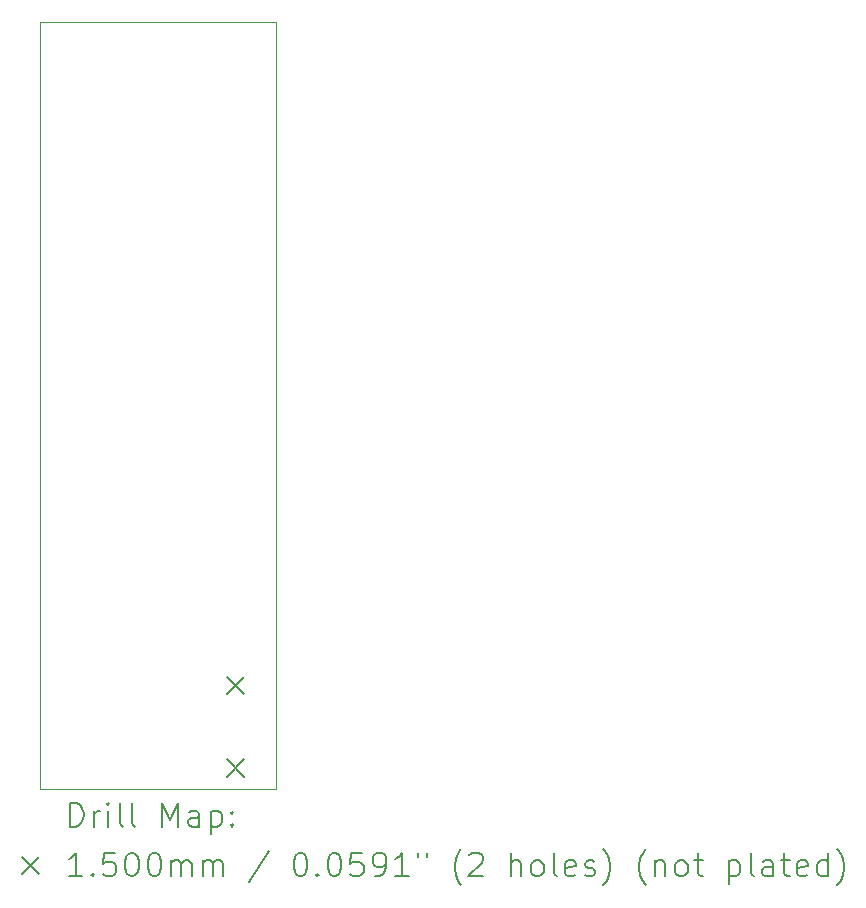
<source format=gbr>
%TF.GenerationSoftware,KiCad,Pcbnew,9.0.2*%
%TF.CreationDate,2025-07-09T03:39:21-04:00*%
%TF.ProjectId,FBT,4642542e-6b69-4636-9164-5f7063625858,rev?*%
%TF.SameCoordinates,Original*%
%TF.FileFunction,Drillmap*%
%TF.FilePolarity,Positive*%
%FSLAX45Y45*%
G04 Gerber Fmt 4.5, Leading zero omitted, Abs format (unit mm)*
G04 Created by KiCad (PCBNEW 9.0.2) date 2025-07-09 03:39:21*
%MOMM*%
%LPD*%
G01*
G04 APERTURE LIST*
%ADD10C,0.050000*%
%ADD11C,0.200000*%
%ADD12C,0.150000*%
G04 APERTURE END LIST*
D10*
X9150000Y-4710000D02*
X11150000Y-4710000D01*
X11150000Y-11210000D01*
X9150000Y-11210000D01*
X9150000Y-4710000D01*
D11*
D12*
X10735000Y-10255500D02*
X10885000Y-10405500D01*
X10885000Y-10255500D02*
X10735000Y-10405500D01*
X10735000Y-10955500D02*
X10885000Y-11105500D01*
X10885000Y-10955500D02*
X10735000Y-11105500D01*
D11*
X9408277Y-11523984D02*
X9408277Y-11323984D01*
X9408277Y-11323984D02*
X9455896Y-11323984D01*
X9455896Y-11323984D02*
X9484467Y-11333508D01*
X9484467Y-11333508D02*
X9503515Y-11352555D01*
X9503515Y-11352555D02*
X9513039Y-11371603D01*
X9513039Y-11371603D02*
X9522563Y-11409698D01*
X9522563Y-11409698D02*
X9522563Y-11438269D01*
X9522563Y-11438269D02*
X9513039Y-11476365D01*
X9513039Y-11476365D02*
X9503515Y-11495412D01*
X9503515Y-11495412D02*
X9484467Y-11514460D01*
X9484467Y-11514460D02*
X9455896Y-11523984D01*
X9455896Y-11523984D02*
X9408277Y-11523984D01*
X9608277Y-11523984D02*
X9608277Y-11390650D01*
X9608277Y-11428746D02*
X9617801Y-11409698D01*
X9617801Y-11409698D02*
X9627324Y-11400174D01*
X9627324Y-11400174D02*
X9646372Y-11390650D01*
X9646372Y-11390650D02*
X9665420Y-11390650D01*
X9732086Y-11523984D02*
X9732086Y-11390650D01*
X9732086Y-11323984D02*
X9722563Y-11333508D01*
X9722563Y-11333508D02*
X9732086Y-11343031D01*
X9732086Y-11343031D02*
X9741610Y-11333508D01*
X9741610Y-11333508D02*
X9732086Y-11323984D01*
X9732086Y-11323984D02*
X9732086Y-11343031D01*
X9855896Y-11523984D02*
X9836848Y-11514460D01*
X9836848Y-11514460D02*
X9827324Y-11495412D01*
X9827324Y-11495412D02*
X9827324Y-11323984D01*
X9960658Y-11523984D02*
X9941610Y-11514460D01*
X9941610Y-11514460D02*
X9932086Y-11495412D01*
X9932086Y-11495412D02*
X9932086Y-11323984D01*
X10189229Y-11523984D02*
X10189229Y-11323984D01*
X10189229Y-11323984D02*
X10255896Y-11466841D01*
X10255896Y-11466841D02*
X10322563Y-11323984D01*
X10322563Y-11323984D02*
X10322563Y-11523984D01*
X10503515Y-11523984D02*
X10503515Y-11419222D01*
X10503515Y-11419222D02*
X10493991Y-11400174D01*
X10493991Y-11400174D02*
X10474944Y-11390650D01*
X10474944Y-11390650D02*
X10436848Y-11390650D01*
X10436848Y-11390650D02*
X10417801Y-11400174D01*
X10503515Y-11514460D02*
X10484467Y-11523984D01*
X10484467Y-11523984D02*
X10436848Y-11523984D01*
X10436848Y-11523984D02*
X10417801Y-11514460D01*
X10417801Y-11514460D02*
X10408277Y-11495412D01*
X10408277Y-11495412D02*
X10408277Y-11476365D01*
X10408277Y-11476365D02*
X10417801Y-11457317D01*
X10417801Y-11457317D02*
X10436848Y-11447793D01*
X10436848Y-11447793D02*
X10484467Y-11447793D01*
X10484467Y-11447793D02*
X10503515Y-11438269D01*
X10598753Y-11390650D02*
X10598753Y-11590650D01*
X10598753Y-11400174D02*
X10617801Y-11390650D01*
X10617801Y-11390650D02*
X10655896Y-11390650D01*
X10655896Y-11390650D02*
X10674944Y-11400174D01*
X10674944Y-11400174D02*
X10684467Y-11409698D01*
X10684467Y-11409698D02*
X10693991Y-11428746D01*
X10693991Y-11428746D02*
X10693991Y-11485888D01*
X10693991Y-11485888D02*
X10684467Y-11504936D01*
X10684467Y-11504936D02*
X10674944Y-11514460D01*
X10674944Y-11514460D02*
X10655896Y-11523984D01*
X10655896Y-11523984D02*
X10617801Y-11523984D01*
X10617801Y-11523984D02*
X10598753Y-11514460D01*
X10779705Y-11504936D02*
X10789229Y-11514460D01*
X10789229Y-11514460D02*
X10779705Y-11523984D01*
X10779705Y-11523984D02*
X10770182Y-11514460D01*
X10770182Y-11514460D02*
X10779705Y-11504936D01*
X10779705Y-11504936D02*
X10779705Y-11523984D01*
X10779705Y-11400174D02*
X10789229Y-11409698D01*
X10789229Y-11409698D02*
X10779705Y-11419222D01*
X10779705Y-11419222D02*
X10770182Y-11409698D01*
X10770182Y-11409698D02*
X10779705Y-11400174D01*
X10779705Y-11400174D02*
X10779705Y-11419222D01*
D12*
X8997500Y-11777500D02*
X9147500Y-11927500D01*
X9147500Y-11777500D02*
X8997500Y-11927500D01*
D11*
X9513039Y-11943984D02*
X9398753Y-11943984D01*
X9455896Y-11943984D02*
X9455896Y-11743984D01*
X9455896Y-11743984D02*
X9436848Y-11772555D01*
X9436848Y-11772555D02*
X9417801Y-11791603D01*
X9417801Y-11791603D02*
X9398753Y-11801127D01*
X9598753Y-11924936D02*
X9608277Y-11934460D01*
X9608277Y-11934460D02*
X9598753Y-11943984D01*
X9598753Y-11943984D02*
X9589229Y-11934460D01*
X9589229Y-11934460D02*
X9598753Y-11924936D01*
X9598753Y-11924936D02*
X9598753Y-11943984D01*
X9789229Y-11743984D02*
X9693991Y-11743984D01*
X9693991Y-11743984D02*
X9684467Y-11839222D01*
X9684467Y-11839222D02*
X9693991Y-11829698D01*
X9693991Y-11829698D02*
X9713039Y-11820174D01*
X9713039Y-11820174D02*
X9760658Y-11820174D01*
X9760658Y-11820174D02*
X9779705Y-11829698D01*
X9779705Y-11829698D02*
X9789229Y-11839222D01*
X9789229Y-11839222D02*
X9798753Y-11858269D01*
X9798753Y-11858269D02*
X9798753Y-11905888D01*
X9798753Y-11905888D02*
X9789229Y-11924936D01*
X9789229Y-11924936D02*
X9779705Y-11934460D01*
X9779705Y-11934460D02*
X9760658Y-11943984D01*
X9760658Y-11943984D02*
X9713039Y-11943984D01*
X9713039Y-11943984D02*
X9693991Y-11934460D01*
X9693991Y-11934460D02*
X9684467Y-11924936D01*
X9922563Y-11743984D02*
X9941610Y-11743984D01*
X9941610Y-11743984D02*
X9960658Y-11753508D01*
X9960658Y-11753508D02*
X9970182Y-11763031D01*
X9970182Y-11763031D02*
X9979705Y-11782079D01*
X9979705Y-11782079D02*
X9989229Y-11820174D01*
X9989229Y-11820174D02*
X9989229Y-11867793D01*
X9989229Y-11867793D02*
X9979705Y-11905888D01*
X9979705Y-11905888D02*
X9970182Y-11924936D01*
X9970182Y-11924936D02*
X9960658Y-11934460D01*
X9960658Y-11934460D02*
X9941610Y-11943984D01*
X9941610Y-11943984D02*
X9922563Y-11943984D01*
X9922563Y-11943984D02*
X9903515Y-11934460D01*
X9903515Y-11934460D02*
X9893991Y-11924936D01*
X9893991Y-11924936D02*
X9884467Y-11905888D01*
X9884467Y-11905888D02*
X9874944Y-11867793D01*
X9874944Y-11867793D02*
X9874944Y-11820174D01*
X9874944Y-11820174D02*
X9884467Y-11782079D01*
X9884467Y-11782079D02*
X9893991Y-11763031D01*
X9893991Y-11763031D02*
X9903515Y-11753508D01*
X9903515Y-11753508D02*
X9922563Y-11743984D01*
X10113039Y-11743984D02*
X10132086Y-11743984D01*
X10132086Y-11743984D02*
X10151134Y-11753508D01*
X10151134Y-11753508D02*
X10160658Y-11763031D01*
X10160658Y-11763031D02*
X10170182Y-11782079D01*
X10170182Y-11782079D02*
X10179705Y-11820174D01*
X10179705Y-11820174D02*
X10179705Y-11867793D01*
X10179705Y-11867793D02*
X10170182Y-11905888D01*
X10170182Y-11905888D02*
X10160658Y-11924936D01*
X10160658Y-11924936D02*
X10151134Y-11934460D01*
X10151134Y-11934460D02*
X10132086Y-11943984D01*
X10132086Y-11943984D02*
X10113039Y-11943984D01*
X10113039Y-11943984D02*
X10093991Y-11934460D01*
X10093991Y-11934460D02*
X10084467Y-11924936D01*
X10084467Y-11924936D02*
X10074944Y-11905888D01*
X10074944Y-11905888D02*
X10065420Y-11867793D01*
X10065420Y-11867793D02*
X10065420Y-11820174D01*
X10065420Y-11820174D02*
X10074944Y-11782079D01*
X10074944Y-11782079D02*
X10084467Y-11763031D01*
X10084467Y-11763031D02*
X10093991Y-11753508D01*
X10093991Y-11753508D02*
X10113039Y-11743984D01*
X10265420Y-11943984D02*
X10265420Y-11810650D01*
X10265420Y-11829698D02*
X10274944Y-11820174D01*
X10274944Y-11820174D02*
X10293991Y-11810650D01*
X10293991Y-11810650D02*
X10322563Y-11810650D01*
X10322563Y-11810650D02*
X10341610Y-11820174D01*
X10341610Y-11820174D02*
X10351134Y-11839222D01*
X10351134Y-11839222D02*
X10351134Y-11943984D01*
X10351134Y-11839222D02*
X10360658Y-11820174D01*
X10360658Y-11820174D02*
X10379705Y-11810650D01*
X10379705Y-11810650D02*
X10408277Y-11810650D01*
X10408277Y-11810650D02*
X10427325Y-11820174D01*
X10427325Y-11820174D02*
X10436848Y-11839222D01*
X10436848Y-11839222D02*
X10436848Y-11943984D01*
X10532086Y-11943984D02*
X10532086Y-11810650D01*
X10532086Y-11829698D02*
X10541610Y-11820174D01*
X10541610Y-11820174D02*
X10560658Y-11810650D01*
X10560658Y-11810650D02*
X10589229Y-11810650D01*
X10589229Y-11810650D02*
X10608277Y-11820174D01*
X10608277Y-11820174D02*
X10617801Y-11839222D01*
X10617801Y-11839222D02*
X10617801Y-11943984D01*
X10617801Y-11839222D02*
X10627325Y-11820174D01*
X10627325Y-11820174D02*
X10646372Y-11810650D01*
X10646372Y-11810650D02*
X10674944Y-11810650D01*
X10674944Y-11810650D02*
X10693991Y-11820174D01*
X10693991Y-11820174D02*
X10703515Y-11839222D01*
X10703515Y-11839222D02*
X10703515Y-11943984D01*
X11093991Y-11734460D02*
X10922563Y-11991603D01*
X11351134Y-11743984D02*
X11370182Y-11743984D01*
X11370182Y-11743984D02*
X11389229Y-11753508D01*
X11389229Y-11753508D02*
X11398753Y-11763031D01*
X11398753Y-11763031D02*
X11408277Y-11782079D01*
X11408277Y-11782079D02*
X11417801Y-11820174D01*
X11417801Y-11820174D02*
X11417801Y-11867793D01*
X11417801Y-11867793D02*
X11408277Y-11905888D01*
X11408277Y-11905888D02*
X11398753Y-11924936D01*
X11398753Y-11924936D02*
X11389229Y-11934460D01*
X11389229Y-11934460D02*
X11370182Y-11943984D01*
X11370182Y-11943984D02*
X11351134Y-11943984D01*
X11351134Y-11943984D02*
X11332086Y-11934460D01*
X11332086Y-11934460D02*
X11322563Y-11924936D01*
X11322563Y-11924936D02*
X11313039Y-11905888D01*
X11313039Y-11905888D02*
X11303515Y-11867793D01*
X11303515Y-11867793D02*
X11303515Y-11820174D01*
X11303515Y-11820174D02*
X11313039Y-11782079D01*
X11313039Y-11782079D02*
X11322563Y-11763031D01*
X11322563Y-11763031D02*
X11332086Y-11753508D01*
X11332086Y-11753508D02*
X11351134Y-11743984D01*
X11503515Y-11924936D02*
X11513039Y-11934460D01*
X11513039Y-11934460D02*
X11503515Y-11943984D01*
X11503515Y-11943984D02*
X11493991Y-11934460D01*
X11493991Y-11934460D02*
X11503515Y-11924936D01*
X11503515Y-11924936D02*
X11503515Y-11943984D01*
X11636848Y-11743984D02*
X11655896Y-11743984D01*
X11655896Y-11743984D02*
X11674944Y-11753508D01*
X11674944Y-11753508D02*
X11684467Y-11763031D01*
X11684467Y-11763031D02*
X11693991Y-11782079D01*
X11693991Y-11782079D02*
X11703515Y-11820174D01*
X11703515Y-11820174D02*
X11703515Y-11867793D01*
X11703515Y-11867793D02*
X11693991Y-11905888D01*
X11693991Y-11905888D02*
X11684467Y-11924936D01*
X11684467Y-11924936D02*
X11674944Y-11934460D01*
X11674944Y-11934460D02*
X11655896Y-11943984D01*
X11655896Y-11943984D02*
X11636848Y-11943984D01*
X11636848Y-11943984D02*
X11617801Y-11934460D01*
X11617801Y-11934460D02*
X11608277Y-11924936D01*
X11608277Y-11924936D02*
X11598753Y-11905888D01*
X11598753Y-11905888D02*
X11589229Y-11867793D01*
X11589229Y-11867793D02*
X11589229Y-11820174D01*
X11589229Y-11820174D02*
X11598753Y-11782079D01*
X11598753Y-11782079D02*
X11608277Y-11763031D01*
X11608277Y-11763031D02*
X11617801Y-11753508D01*
X11617801Y-11753508D02*
X11636848Y-11743984D01*
X11884467Y-11743984D02*
X11789229Y-11743984D01*
X11789229Y-11743984D02*
X11779706Y-11839222D01*
X11779706Y-11839222D02*
X11789229Y-11829698D01*
X11789229Y-11829698D02*
X11808277Y-11820174D01*
X11808277Y-11820174D02*
X11855896Y-11820174D01*
X11855896Y-11820174D02*
X11874944Y-11829698D01*
X11874944Y-11829698D02*
X11884467Y-11839222D01*
X11884467Y-11839222D02*
X11893991Y-11858269D01*
X11893991Y-11858269D02*
X11893991Y-11905888D01*
X11893991Y-11905888D02*
X11884467Y-11924936D01*
X11884467Y-11924936D02*
X11874944Y-11934460D01*
X11874944Y-11934460D02*
X11855896Y-11943984D01*
X11855896Y-11943984D02*
X11808277Y-11943984D01*
X11808277Y-11943984D02*
X11789229Y-11934460D01*
X11789229Y-11934460D02*
X11779706Y-11924936D01*
X11989229Y-11943984D02*
X12027325Y-11943984D01*
X12027325Y-11943984D02*
X12046372Y-11934460D01*
X12046372Y-11934460D02*
X12055896Y-11924936D01*
X12055896Y-11924936D02*
X12074944Y-11896365D01*
X12074944Y-11896365D02*
X12084467Y-11858269D01*
X12084467Y-11858269D02*
X12084467Y-11782079D01*
X12084467Y-11782079D02*
X12074944Y-11763031D01*
X12074944Y-11763031D02*
X12065420Y-11753508D01*
X12065420Y-11753508D02*
X12046372Y-11743984D01*
X12046372Y-11743984D02*
X12008277Y-11743984D01*
X12008277Y-11743984D02*
X11989229Y-11753508D01*
X11989229Y-11753508D02*
X11979706Y-11763031D01*
X11979706Y-11763031D02*
X11970182Y-11782079D01*
X11970182Y-11782079D02*
X11970182Y-11829698D01*
X11970182Y-11829698D02*
X11979706Y-11848746D01*
X11979706Y-11848746D02*
X11989229Y-11858269D01*
X11989229Y-11858269D02*
X12008277Y-11867793D01*
X12008277Y-11867793D02*
X12046372Y-11867793D01*
X12046372Y-11867793D02*
X12065420Y-11858269D01*
X12065420Y-11858269D02*
X12074944Y-11848746D01*
X12074944Y-11848746D02*
X12084467Y-11829698D01*
X12274944Y-11943984D02*
X12160658Y-11943984D01*
X12217801Y-11943984D02*
X12217801Y-11743984D01*
X12217801Y-11743984D02*
X12198753Y-11772555D01*
X12198753Y-11772555D02*
X12179706Y-11791603D01*
X12179706Y-11791603D02*
X12160658Y-11801127D01*
X12351134Y-11743984D02*
X12351134Y-11782079D01*
X12427325Y-11743984D02*
X12427325Y-11782079D01*
X12722563Y-12020174D02*
X12713039Y-12010650D01*
X12713039Y-12010650D02*
X12693991Y-11982079D01*
X12693991Y-11982079D02*
X12684468Y-11963031D01*
X12684468Y-11963031D02*
X12674944Y-11934460D01*
X12674944Y-11934460D02*
X12665420Y-11886841D01*
X12665420Y-11886841D02*
X12665420Y-11848746D01*
X12665420Y-11848746D02*
X12674944Y-11801127D01*
X12674944Y-11801127D02*
X12684468Y-11772555D01*
X12684468Y-11772555D02*
X12693991Y-11753508D01*
X12693991Y-11753508D02*
X12713039Y-11724936D01*
X12713039Y-11724936D02*
X12722563Y-11715412D01*
X12789229Y-11763031D02*
X12798753Y-11753508D01*
X12798753Y-11753508D02*
X12817801Y-11743984D01*
X12817801Y-11743984D02*
X12865420Y-11743984D01*
X12865420Y-11743984D02*
X12884468Y-11753508D01*
X12884468Y-11753508D02*
X12893991Y-11763031D01*
X12893991Y-11763031D02*
X12903515Y-11782079D01*
X12903515Y-11782079D02*
X12903515Y-11801127D01*
X12903515Y-11801127D02*
X12893991Y-11829698D01*
X12893991Y-11829698D02*
X12779706Y-11943984D01*
X12779706Y-11943984D02*
X12903515Y-11943984D01*
X13141610Y-11943984D02*
X13141610Y-11743984D01*
X13227325Y-11943984D02*
X13227325Y-11839222D01*
X13227325Y-11839222D02*
X13217801Y-11820174D01*
X13217801Y-11820174D02*
X13198753Y-11810650D01*
X13198753Y-11810650D02*
X13170182Y-11810650D01*
X13170182Y-11810650D02*
X13151134Y-11820174D01*
X13151134Y-11820174D02*
X13141610Y-11829698D01*
X13351134Y-11943984D02*
X13332087Y-11934460D01*
X13332087Y-11934460D02*
X13322563Y-11924936D01*
X13322563Y-11924936D02*
X13313039Y-11905888D01*
X13313039Y-11905888D02*
X13313039Y-11848746D01*
X13313039Y-11848746D02*
X13322563Y-11829698D01*
X13322563Y-11829698D02*
X13332087Y-11820174D01*
X13332087Y-11820174D02*
X13351134Y-11810650D01*
X13351134Y-11810650D02*
X13379706Y-11810650D01*
X13379706Y-11810650D02*
X13398753Y-11820174D01*
X13398753Y-11820174D02*
X13408277Y-11829698D01*
X13408277Y-11829698D02*
X13417801Y-11848746D01*
X13417801Y-11848746D02*
X13417801Y-11905888D01*
X13417801Y-11905888D02*
X13408277Y-11924936D01*
X13408277Y-11924936D02*
X13398753Y-11934460D01*
X13398753Y-11934460D02*
X13379706Y-11943984D01*
X13379706Y-11943984D02*
X13351134Y-11943984D01*
X13532087Y-11943984D02*
X13513039Y-11934460D01*
X13513039Y-11934460D02*
X13503515Y-11915412D01*
X13503515Y-11915412D02*
X13503515Y-11743984D01*
X13684468Y-11934460D02*
X13665420Y-11943984D01*
X13665420Y-11943984D02*
X13627325Y-11943984D01*
X13627325Y-11943984D02*
X13608277Y-11934460D01*
X13608277Y-11934460D02*
X13598753Y-11915412D01*
X13598753Y-11915412D02*
X13598753Y-11839222D01*
X13598753Y-11839222D02*
X13608277Y-11820174D01*
X13608277Y-11820174D02*
X13627325Y-11810650D01*
X13627325Y-11810650D02*
X13665420Y-11810650D01*
X13665420Y-11810650D02*
X13684468Y-11820174D01*
X13684468Y-11820174D02*
X13693991Y-11839222D01*
X13693991Y-11839222D02*
X13693991Y-11858269D01*
X13693991Y-11858269D02*
X13598753Y-11877317D01*
X13770182Y-11934460D02*
X13789230Y-11943984D01*
X13789230Y-11943984D02*
X13827325Y-11943984D01*
X13827325Y-11943984D02*
X13846372Y-11934460D01*
X13846372Y-11934460D02*
X13855896Y-11915412D01*
X13855896Y-11915412D02*
X13855896Y-11905888D01*
X13855896Y-11905888D02*
X13846372Y-11886841D01*
X13846372Y-11886841D02*
X13827325Y-11877317D01*
X13827325Y-11877317D02*
X13798753Y-11877317D01*
X13798753Y-11877317D02*
X13779706Y-11867793D01*
X13779706Y-11867793D02*
X13770182Y-11848746D01*
X13770182Y-11848746D02*
X13770182Y-11839222D01*
X13770182Y-11839222D02*
X13779706Y-11820174D01*
X13779706Y-11820174D02*
X13798753Y-11810650D01*
X13798753Y-11810650D02*
X13827325Y-11810650D01*
X13827325Y-11810650D02*
X13846372Y-11820174D01*
X13922563Y-12020174D02*
X13932087Y-12010650D01*
X13932087Y-12010650D02*
X13951134Y-11982079D01*
X13951134Y-11982079D02*
X13960658Y-11963031D01*
X13960658Y-11963031D02*
X13970182Y-11934460D01*
X13970182Y-11934460D02*
X13979706Y-11886841D01*
X13979706Y-11886841D02*
X13979706Y-11848746D01*
X13979706Y-11848746D02*
X13970182Y-11801127D01*
X13970182Y-11801127D02*
X13960658Y-11772555D01*
X13960658Y-11772555D02*
X13951134Y-11753508D01*
X13951134Y-11753508D02*
X13932087Y-11724936D01*
X13932087Y-11724936D02*
X13922563Y-11715412D01*
X14284468Y-12020174D02*
X14274944Y-12010650D01*
X14274944Y-12010650D02*
X14255896Y-11982079D01*
X14255896Y-11982079D02*
X14246372Y-11963031D01*
X14246372Y-11963031D02*
X14236849Y-11934460D01*
X14236849Y-11934460D02*
X14227325Y-11886841D01*
X14227325Y-11886841D02*
X14227325Y-11848746D01*
X14227325Y-11848746D02*
X14236849Y-11801127D01*
X14236849Y-11801127D02*
X14246372Y-11772555D01*
X14246372Y-11772555D02*
X14255896Y-11753508D01*
X14255896Y-11753508D02*
X14274944Y-11724936D01*
X14274944Y-11724936D02*
X14284468Y-11715412D01*
X14360658Y-11810650D02*
X14360658Y-11943984D01*
X14360658Y-11829698D02*
X14370182Y-11820174D01*
X14370182Y-11820174D02*
X14389230Y-11810650D01*
X14389230Y-11810650D02*
X14417801Y-11810650D01*
X14417801Y-11810650D02*
X14436849Y-11820174D01*
X14436849Y-11820174D02*
X14446372Y-11839222D01*
X14446372Y-11839222D02*
X14446372Y-11943984D01*
X14570182Y-11943984D02*
X14551134Y-11934460D01*
X14551134Y-11934460D02*
X14541611Y-11924936D01*
X14541611Y-11924936D02*
X14532087Y-11905888D01*
X14532087Y-11905888D02*
X14532087Y-11848746D01*
X14532087Y-11848746D02*
X14541611Y-11829698D01*
X14541611Y-11829698D02*
X14551134Y-11820174D01*
X14551134Y-11820174D02*
X14570182Y-11810650D01*
X14570182Y-11810650D02*
X14598753Y-11810650D01*
X14598753Y-11810650D02*
X14617801Y-11820174D01*
X14617801Y-11820174D02*
X14627325Y-11829698D01*
X14627325Y-11829698D02*
X14636849Y-11848746D01*
X14636849Y-11848746D02*
X14636849Y-11905888D01*
X14636849Y-11905888D02*
X14627325Y-11924936D01*
X14627325Y-11924936D02*
X14617801Y-11934460D01*
X14617801Y-11934460D02*
X14598753Y-11943984D01*
X14598753Y-11943984D02*
X14570182Y-11943984D01*
X14693992Y-11810650D02*
X14770182Y-11810650D01*
X14722563Y-11743984D02*
X14722563Y-11915412D01*
X14722563Y-11915412D02*
X14732087Y-11934460D01*
X14732087Y-11934460D02*
X14751134Y-11943984D01*
X14751134Y-11943984D02*
X14770182Y-11943984D01*
X14989230Y-11810650D02*
X14989230Y-12010650D01*
X14989230Y-11820174D02*
X15008277Y-11810650D01*
X15008277Y-11810650D02*
X15046373Y-11810650D01*
X15046373Y-11810650D02*
X15065420Y-11820174D01*
X15065420Y-11820174D02*
X15074944Y-11829698D01*
X15074944Y-11829698D02*
X15084468Y-11848746D01*
X15084468Y-11848746D02*
X15084468Y-11905888D01*
X15084468Y-11905888D02*
X15074944Y-11924936D01*
X15074944Y-11924936D02*
X15065420Y-11934460D01*
X15065420Y-11934460D02*
X15046373Y-11943984D01*
X15046373Y-11943984D02*
X15008277Y-11943984D01*
X15008277Y-11943984D02*
X14989230Y-11934460D01*
X15198753Y-11943984D02*
X15179706Y-11934460D01*
X15179706Y-11934460D02*
X15170182Y-11915412D01*
X15170182Y-11915412D02*
X15170182Y-11743984D01*
X15360658Y-11943984D02*
X15360658Y-11839222D01*
X15360658Y-11839222D02*
X15351134Y-11820174D01*
X15351134Y-11820174D02*
X15332087Y-11810650D01*
X15332087Y-11810650D02*
X15293992Y-11810650D01*
X15293992Y-11810650D02*
X15274944Y-11820174D01*
X15360658Y-11934460D02*
X15341611Y-11943984D01*
X15341611Y-11943984D02*
X15293992Y-11943984D01*
X15293992Y-11943984D02*
X15274944Y-11934460D01*
X15274944Y-11934460D02*
X15265420Y-11915412D01*
X15265420Y-11915412D02*
X15265420Y-11896365D01*
X15265420Y-11896365D02*
X15274944Y-11877317D01*
X15274944Y-11877317D02*
X15293992Y-11867793D01*
X15293992Y-11867793D02*
X15341611Y-11867793D01*
X15341611Y-11867793D02*
X15360658Y-11858269D01*
X15427325Y-11810650D02*
X15503515Y-11810650D01*
X15455896Y-11743984D02*
X15455896Y-11915412D01*
X15455896Y-11915412D02*
X15465420Y-11934460D01*
X15465420Y-11934460D02*
X15484468Y-11943984D01*
X15484468Y-11943984D02*
X15503515Y-11943984D01*
X15646373Y-11934460D02*
X15627325Y-11943984D01*
X15627325Y-11943984D02*
X15589230Y-11943984D01*
X15589230Y-11943984D02*
X15570182Y-11934460D01*
X15570182Y-11934460D02*
X15560658Y-11915412D01*
X15560658Y-11915412D02*
X15560658Y-11839222D01*
X15560658Y-11839222D02*
X15570182Y-11820174D01*
X15570182Y-11820174D02*
X15589230Y-11810650D01*
X15589230Y-11810650D02*
X15627325Y-11810650D01*
X15627325Y-11810650D02*
X15646373Y-11820174D01*
X15646373Y-11820174D02*
X15655896Y-11839222D01*
X15655896Y-11839222D02*
X15655896Y-11858269D01*
X15655896Y-11858269D02*
X15560658Y-11877317D01*
X15827325Y-11943984D02*
X15827325Y-11743984D01*
X15827325Y-11934460D02*
X15808277Y-11943984D01*
X15808277Y-11943984D02*
X15770182Y-11943984D01*
X15770182Y-11943984D02*
X15751134Y-11934460D01*
X15751134Y-11934460D02*
X15741611Y-11924936D01*
X15741611Y-11924936D02*
X15732087Y-11905888D01*
X15732087Y-11905888D02*
X15732087Y-11848746D01*
X15732087Y-11848746D02*
X15741611Y-11829698D01*
X15741611Y-11829698D02*
X15751134Y-11820174D01*
X15751134Y-11820174D02*
X15770182Y-11810650D01*
X15770182Y-11810650D02*
X15808277Y-11810650D01*
X15808277Y-11810650D02*
X15827325Y-11820174D01*
X15903515Y-12020174D02*
X15913039Y-12010650D01*
X15913039Y-12010650D02*
X15932087Y-11982079D01*
X15932087Y-11982079D02*
X15941611Y-11963031D01*
X15941611Y-11963031D02*
X15951134Y-11934460D01*
X15951134Y-11934460D02*
X15960658Y-11886841D01*
X15960658Y-11886841D02*
X15960658Y-11848746D01*
X15960658Y-11848746D02*
X15951134Y-11801127D01*
X15951134Y-11801127D02*
X15941611Y-11772555D01*
X15941611Y-11772555D02*
X15932087Y-11753508D01*
X15932087Y-11753508D02*
X15913039Y-11724936D01*
X15913039Y-11724936D02*
X15903515Y-11715412D01*
M02*

</source>
